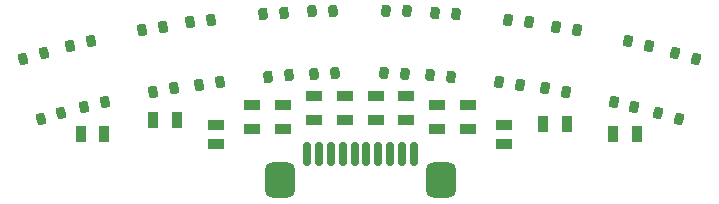
<source format=gtp>
G04*
G04 #@! TF.GenerationSoftware,Altium Limited,Altium Designer,24.9.1 (31)*
G04*
G04 Layer_Color=8421504*
%FSLAX44Y44*%
%MOMM*%
G71*
G04*
G04 #@! TF.SameCoordinates,7DCFF066-EA26-49B3-B75A-539F59D7DBC6*
G04*
G04*
G04 #@! TF.FilePolarity,Positive*
G04*
G01*
G75*
%ADD13R,0.9500X1.4500*%
%ADD14R,1.4500X0.9500*%
%ADD15R,1.3900X0.9600*%
G04:AMPARAMS|DCode=16|XSize=1mm|YSize=0.77mm|CornerRadius=0.1887mm|HoleSize=0mm|Usage=FLASHONLY|Rotation=74.000|XOffset=0mm|YOffset=0mm|HoleType=Round|Shape=RoundedRectangle|*
%AMROUNDEDRECTD16*
21,1,1.0000,0.3927,0,0,74.0*
21,1,0.6227,0.7700,0,0,74.0*
1,1,0.3773,0.2746,0.2452*
1,1,0.3773,0.1029,-0.3534*
1,1,0.3773,-0.2746,-0.2452*
1,1,0.3773,-0.1029,0.3534*
%
%ADD16ROUNDEDRECTD16*%
G04:AMPARAMS|DCode=17|XSize=1mm|YSize=0.77mm|CornerRadius=0.1887mm|HoleSize=0mm|Usage=FLASHONLY|Rotation=256.700|XOffset=0mm|YOffset=0mm|HoleType=Round|Shape=RoundedRectangle|*
%AMROUNDEDRECTD17*
21,1,1.0000,0.3927,0,0,256.7*
21,1,0.6227,0.7700,0,0,256.7*
1,1,0.3773,-0.2627,-0.2578*
1,1,0.3773,-0.1195,0.3482*
1,1,0.3773,0.2627,0.2578*
1,1,0.3773,0.1195,-0.3482*
%
%ADD17ROUNDEDRECTD17*%
G04:AMPARAMS|DCode=18|XSize=1mm|YSize=0.77mm|CornerRadius=0.1887mm|HoleSize=0mm|Usage=FLASHONLY|Rotation=79.900|XOffset=0mm|YOffset=0mm|HoleType=Round|Shape=RoundedRectangle|*
%AMROUNDEDRECTD18*
21,1,1.0000,0.3927,0,0,79.9*
21,1,0.6227,0.7700,0,0,79.9*
1,1,0.3773,0.2479,0.2721*
1,1,0.3773,0.1387,-0.3410*
1,1,0.3773,-0.2479,-0.2721*
1,1,0.3773,-0.1387,0.3410*
%
%ADD18ROUNDEDRECTD18*%
G04:AMPARAMS|DCode=19|XSize=1mm|YSize=0.77mm|CornerRadius=0.1887mm|HoleSize=0mm|Usage=FLASHONLY|Rotation=262.400|XOffset=0mm|YOffset=0mm|HoleType=Round|Shape=RoundedRectangle|*
%AMROUNDEDRECTD19*
21,1,1.0000,0.3927,0,0,262.4*
21,1,0.6227,0.7700,0,0,262.4*
1,1,0.3773,-0.2358,-0.2827*
1,1,0.3773,-0.1535,0.3346*
1,1,0.3773,0.2358,0.2827*
1,1,0.3773,0.1535,-0.3346*
%
%ADD19ROUNDEDRECTD19*%
G04:AMPARAMS|DCode=20|XSize=1mm|YSize=0.77mm|CornerRadius=0.1887mm|HoleSize=0mm|Usage=FLASHONLY|Rotation=85.700|XOffset=0mm|YOffset=0mm|HoleType=Round|Shape=RoundedRectangle|*
%AMROUNDEDRECTD20*
21,1,1.0000,0.3927,0,0,85.7*
21,1,0.6227,0.7700,0,0,85.7*
1,1,0.3773,0.2191,0.2958*
1,1,0.3773,0.1725,-0.3252*
1,1,0.3773,-0.2191,-0.2958*
1,1,0.3773,-0.1725,0.3252*
%
%ADD20ROUNDEDRECTD20*%
G04:AMPARAMS|DCode=21|XSize=1mm|YSize=0.77mm|CornerRadius=0.1887mm|HoleSize=0mm|Usage=FLASHONLY|Rotation=91.700|XOffset=0mm|YOffset=0mm|HoleType=Round|Shape=RoundedRectangle|*
%AMROUNDEDRECTD21*
21,1,1.0000,0.3927,0,0,91.7*
21,1,0.6227,0.7700,0,0,91.7*
1,1,0.3773,0.1870,0.3170*
1,1,0.3773,0.2055,-0.3054*
1,1,0.3773,-0.1870,-0.3170*
1,1,0.3773,-0.2055,0.3054*
%
%ADD21ROUNDEDRECTD21*%
G04:AMPARAMS|DCode=22|XSize=1mm|YSize=0.77mm|CornerRadius=0.1887mm|HoleSize=0mm|Usage=FLASHONLY|Rotation=268.300|XOffset=0mm|YOffset=0mm|HoleType=Round|Shape=RoundedRectangle|*
%AMROUNDEDRECTD22*
21,1,1.0000,0.3927,0,0,268.3*
21,1,0.6227,0.7700,0,0,268.3*
1,1,0.3773,-0.2055,-0.3054*
1,1,0.3773,-0.1870,0.3170*
1,1,0.3773,0.2055,0.3054*
1,1,0.3773,0.1870,-0.3170*
%
%ADD22ROUNDEDRECTD22*%
G04:AMPARAMS|DCode=23|XSize=1mm|YSize=0.77mm|CornerRadius=0.1887mm|HoleSize=0mm|Usage=FLASHONLY|Rotation=274.200|XOffset=0mm|YOffset=0mm|HoleType=Round|Shape=RoundedRectangle|*
%AMROUNDEDRECTD23*
21,1,1.0000,0.3927,0,0,274.2*
21,1,0.6227,0.7700,0,0,274.2*
1,1,0.3773,-0.1730,-0.3249*
1,1,0.3773,-0.2186,0.2961*
1,1,0.3773,0.1730,0.3249*
1,1,0.3773,0.2186,-0.2961*
%
%ADD23ROUNDEDRECTD23*%
G04:AMPARAMS|DCode=24|XSize=1mm|YSize=0.77mm|CornerRadius=0.1887mm|HoleSize=0mm|Usage=FLASHONLY|Rotation=97.600|XOffset=0mm|YOffset=0mm|HoleType=Round|Shape=RoundedRectangle|*
%AMROUNDEDRECTD24*
21,1,1.0000,0.3927,0,0,97.6*
21,1,0.6227,0.7700,0,0,97.6*
1,1,0.3773,0.1535,0.3346*
1,1,0.3773,0.2358,-0.2827*
1,1,0.3773,-0.1535,-0.3346*
1,1,0.3773,-0.2358,0.2827*
%
%ADD24ROUNDEDRECTD24*%
G04:AMPARAMS|DCode=25|XSize=1mm|YSize=0.77mm|CornerRadius=0.1887mm|HoleSize=0mm|Usage=FLASHONLY|Rotation=280.200|XOffset=0mm|YOffset=0mm|HoleType=Round|Shape=RoundedRectangle|*
%AMROUNDEDRECTD25*
21,1,1.0000,0.3927,0,0,280.2*
21,1,0.6227,0.7700,0,0,280.2*
1,1,0.3773,-0.1381,-0.3412*
1,1,0.3773,-0.2484,0.2717*
1,1,0.3773,0.1381,0.3412*
1,1,0.3773,0.2484,-0.2717*
%
%ADD25ROUNDEDRECTD25*%
G04:AMPARAMS|DCode=26|XSize=1mm|YSize=0.77mm|CornerRadius=0.1887mm|HoleSize=0mm|Usage=FLASHONLY|Rotation=286.000|XOffset=0mm|YOffset=0mm|HoleType=Round|Shape=RoundedRectangle|*
%AMROUNDEDRECTD26*
21,1,1.0000,0.3927,0,0,286.0*
21,1,0.6227,0.7700,0,0,286.0*
1,1,0.3773,-0.1029,-0.3534*
1,1,0.3773,-0.2746,0.2452*
1,1,0.3773,0.1029,0.3534*
1,1,0.3773,0.2746,-0.2452*
%
%ADD26ROUNDEDRECTD26*%
G04:AMPARAMS|DCode=27|XSize=1mm|YSize=0.77mm|CornerRadius=0.1887mm|HoleSize=0mm|Usage=FLASHONLY|Rotation=103.300|XOffset=0mm|YOffset=0mm|HoleType=Round|Shape=RoundedRectangle|*
%AMROUNDEDRECTD27*
21,1,1.0000,0.3927,0,0,103.3*
21,1,0.6227,0.7700,0,0,103.3*
1,1,0.3773,0.1195,0.3482*
1,1,0.3773,0.2627,-0.2578*
1,1,0.3773,-0.1195,-0.3482*
1,1,0.3773,-0.2627,0.2578*
%
%ADD27ROUNDEDRECTD27*%
G04:AMPARAMS|DCode=28|XSize=2.601mm|YSize=2.9997mm|CornerRadius=0.6372mm|HoleSize=0mm|Usage=FLASHONLY|Rotation=0.000|XOffset=0mm|YOffset=0mm|HoleType=Round|Shape=RoundedRectangle|*
%AMROUNDEDRECTD28*
21,1,2.6010,1.7253,0,0,0.0*
21,1,1.3265,2.9997,0,0,0.0*
1,1,1.2745,0.6632,-0.8626*
1,1,1.2745,-0.6632,-0.8626*
1,1,1.2745,-0.6632,0.8626*
1,1,1.2745,0.6632,0.8626*
%
%ADD28ROUNDEDRECTD28*%
G04:AMPARAMS|DCode=29|XSize=0.65mm|YSize=2.032mm|CornerRadius=0.1593mm|HoleSize=0mm|Usage=FLASHONLY|Rotation=0.000|XOffset=0mm|YOffset=0mm|HoleType=Round|Shape=RoundedRectangle|*
%AMROUNDEDRECTD29*
21,1,0.6500,1.7135,0,0,0.0*
21,1,0.3315,2.0320,0,0,0.0*
1,1,0.3185,0.1658,-0.8568*
1,1,0.3185,-0.1658,-0.8568*
1,1,0.3185,-0.1658,0.8568*
1,1,0.3185,0.1658,0.8568*
%
%ADD29ROUNDEDRECTD29*%
D13*
X521876Y81534D02*
D03*
X541876D02*
D03*
X462186Y89916D02*
D03*
X482186D02*
D03*
X132240Y93980D02*
D03*
X152240D02*
D03*
X90772Y81534D02*
D03*
X70772D02*
D03*
D14*
X398780Y86360D02*
D03*
Y106360D02*
D03*
X268151Y113980D02*
D03*
Y93980D02*
D03*
X294277D02*
D03*
Y113980D02*
D03*
X215900Y86360D02*
D03*
Y106360D02*
D03*
X242026Y86360D02*
D03*
Y106360D02*
D03*
X372654Y86360D02*
D03*
Y106360D02*
D03*
X346529Y93980D02*
D03*
Y113980D02*
D03*
X320403D02*
D03*
Y93980D02*
D03*
D15*
X429006Y73380D02*
D03*
Y89180D02*
D03*
X185420Y73380D02*
D03*
Y89180D02*
D03*
D16*
X574353Y150304D02*
D03*
X591656Y145343D02*
D03*
X559744Y99357D02*
D03*
X577047Y94396D02*
D03*
D17*
X539662Y104570D02*
D03*
X522145Y108711D02*
D03*
X551855Y156149D02*
D03*
X534338Y160290D02*
D03*
D18*
X473187Y172668D02*
D03*
X490908Y169511D02*
D03*
X463892Y120489D02*
D03*
X481613Y117332D02*
D03*
D19*
X443116Y123643D02*
D03*
X425274Y126023D02*
D03*
X450126Y176177D02*
D03*
X432284Y178557D02*
D03*
D20*
X370612Y184400D02*
D03*
X388562Y183051D02*
D03*
X366638Y131549D02*
D03*
X384588Y130200D02*
D03*
D21*
X266718Y185621D02*
D03*
X284710Y186155D02*
D03*
X268290Y132645D02*
D03*
X286282Y133179D02*
D03*
D22*
X345610Y132645D02*
D03*
X327618Y133179D02*
D03*
X347182Y185621D02*
D03*
X329190Y186155D02*
D03*
D23*
X247217Y131630D02*
D03*
X229265Y130312D02*
D03*
X243335Y184488D02*
D03*
X225383Y183170D02*
D03*
D24*
X163574Y176177D02*
D03*
X181416Y178557D02*
D03*
X170584Y123643D02*
D03*
X188426Y126023D02*
D03*
D25*
X150050Y120513D02*
D03*
X132335Y117325D02*
D03*
X140665Y172675D02*
D03*
X122949Y169487D02*
D03*
D26*
X54256Y99357D02*
D03*
X36953Y94396D02*
D03*
X39647Y150304D02*
D03*
X22344Y145343D02*
D03*
D27*
X61730Y156150D02*
D03*
X79247Y160291D02*
D03*
X73923Y104571D02*
D03*
X91440Y108712D02*
D03*
D28*
X239153Y43028D02*
D03*
X376161D02*
D03*
D29*
X302657Y64770D02*
D03*
X292657D02*
D03*
X282657D02*
D03*
X272657D02*
D03*
X262657D02*
D03*
X352657D02*
D03*
X342657D02*
D03*
X332657D02*
D03*
X322657D02*
D03*
X312657D02*
D03*
M02*

</source>
